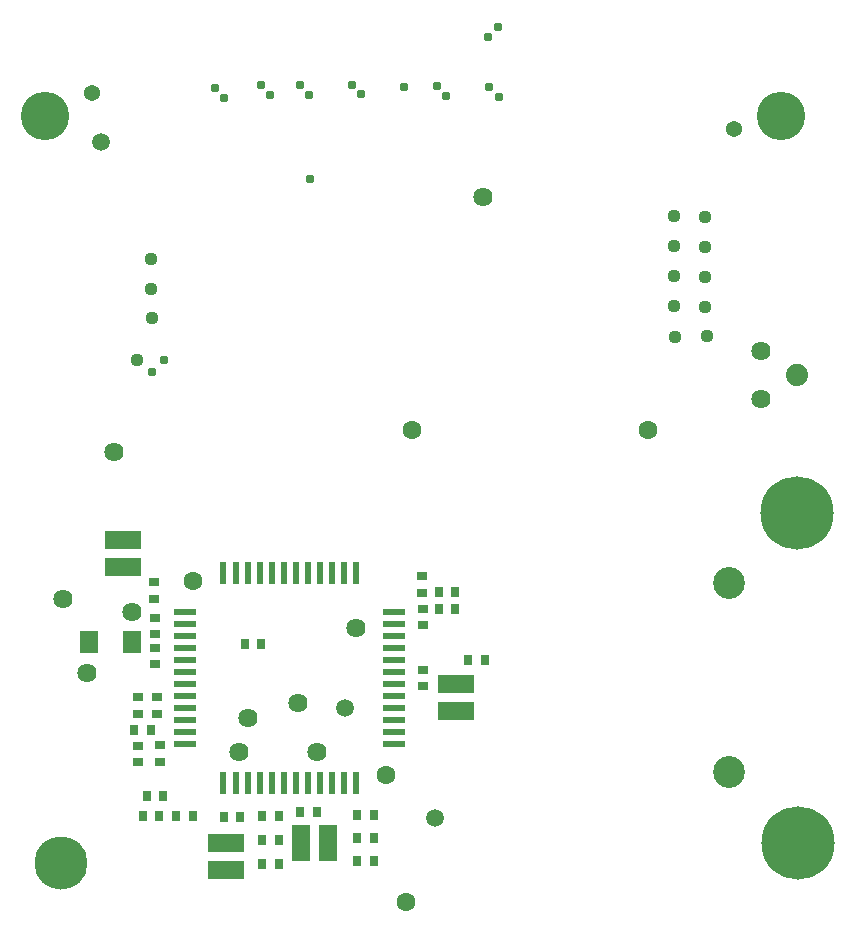
<source format=gbr>
%TF.GenerationSoftware,KiCad,Pcbnew,(5.0.0-rc2-dev-581-g09a6bada0)*%
%TF.CreationDate,2018-07-03T10:36:25-06:00*%
%TF.ProjectId,Sensor_FMC_LPC_Breakout_V02,53656E736F725F464D435F4C50435F42,01*%
%TF.SameCoordinates,Original*%
%TF.FileFunction,Soldermask,Top*%
%TF.FilePolarity,Negative*%
%FSLAX46Y46*%
G04 Gerber Fmt 4.6, Leading zero omitted, Abs format (unit mm)*
G04 Created by KiCad (PCBNEW (5.0.0-rc2-dev-581-g09a6bada0)) date 07/03/18 10:36:25*
%MOMM*%
%LPD*%
G01*
G04 APERTURE LIST*
%ADD10C,2.701600*%
%ADD11C,6.197600*%
%ADD12C,1.601600*%
%ADD13R,0.611600X1.951600*%
%ADD14R,1.951600X0.611600*%
%ADD15C,4.101600*%
%ADD16C,1.371600*%
%ADD17R,1.601600X1.901600*%
%ADD18R,0.901600X0.701600*%
%ADD19R,0.701600X0.901600*%
%ADD20C,0.801600*%
%ADD21C,4.501600*%
%ADD22R,3.151600X1.621600*%
%ADD23R,1.621600X3.151600*%
%ADD24C,1.498600*%
%ADD25C,1.625600*%
%ADD26C,0.787400*%
%ADD27C,1.117600*%
%ADD28C,1.879600*%
G04 APERTURE END LIST*
D10*
X91850000Y-117450000D03*
X91850000Y-101450000D03*
D11*
X97600000Y-95500000D03*
D12*
X85000000Y-88450000D03*
X64500000Y-128450000D03*
X65000000Y-88450000D03*
D11*
X97650000Y-123400000D03*
D13*
X49016000Y-118319000D03*
X57176000Y-100589000D03*
X56156000Y-100589000D03*
X55136000Y-100589000D03*
D14*
X63491000Y-115064000D03*
X63491000Y-114044000D03*
X63491000Y-113024000D03*
X63491000Y-112004000D03*
X63491000Y-110984000D03*
X63491000Y-109964000D03*
D12*
X46446000Y-101274000D03*
D14*
X63491000Y-103844000D03*
X63491000Y-104864000D03*
X63491000Y-105884000D03*
X63491000Y-106904000D03*
X63491000Y-107924000D03*
X63491000Y-108944000D03*
D12*
X62806000Y-117634000D03*
D13*
X58196000Y-100589000D03*
X59216000Y-100589000D03*
X60236000Y-100589000D03*
X54116000Y-100589000D03*
X53096000Y-100589000D03*
X52076000Y-100589000D03*
X51056000Y-100589000D03*
X50036000Y-100589000D03*
X49016000Y-100589000D03*
D14*
X45761000Y-103844000D03*
X45761000Y-104864000D03*
X45761000Y-105884000D03*
X45761000Y-106904000D03*
X45761000Y-107924000D03*
X45761000Y-108944000D03*
X45761000Y-109964000D03*
X45761000Y-110984000D03*
X45761000Y-112004000D03*
X45761000Y-113024000D03*
X45761000Y-114044000D03*
X45761000Y-115064000D03*
D13*
X50036000Y-118319000D03*
X51056000Y-118319000D03*
X52076000Y-118319000D03*
X53096000Y-118319000D03*
X54116000Y-118319000D03*
X55136000Y-118319000D03*
X56156000Y-118319000D03*
X57176000Y-118319000D03*
X58196000Y-118319000D03*
X59216000Y-118319000D03*
X60236000Y-118319000D03*
D15*
X96250000Y-61910000D03*
D16*
X37870000Y-59910000D03*
X92250000Y-62960000D03*
D15*
X33870000Y-61910000D03*
D17*
X41250000Y-106450000D03*
X37650000Y-106450000D03*
D18*
X65890000Y-103610000D03*
X65890000Y-105010000D03*
D19*
X50450000Y-121200000D03*
X49050000Y-121200000D03*
D18*
X65930000Y-108760000D03*
X65930000Y-110160000D03*
D19*
X43910000Y-119460000D03*
X42510000Y-119460000D03*
X67250000Y-102190000D03*
X68650000Y-102190000D03*
X53714000Y-125172000D03*
X52314000Y-125172000D03*
X45000000Y-121150000D03*
X46400000Y-121150000D03*
D18*
X65850000Y-102250000D03*
X65850000Y-100850000D03*
D19*
X69750000Y-107900000D03*
X71150000Y-107900000D03*
X43590000Y-121120000D03*
X42190000Y-121120000D03*
X67250000Y-103640000D03*
X68650000Y-103640000D03*
D18*
X43620000Y-116550000D03*
X43620000Y-115150000D03*
X43200000Y-108300000D03*
X43200000Y-106900000D03*
X43400000Y-111100000D03*
X43400000Y-112500000D03*
D19*
X60340000Y-123040000D03*
X61740000Y-123040000D03*
D18*
X41740000Y-115210000D03*
X41740000Y-116610000D03*
X43180000Y-105750000D03*
X43180000Y-104350000D03*
D19*
X56930000Y-120800000D03*
X55530000Y-120800000D03*
X60320000Y-121050000D03*
X61720000Y-121050000D03*
X53714000Y-123140000D03*
X52314000Y-123140000D03*
D18*
X41750000Y-111100000D03*
X41750000Y-112500000D03*
D19*
X60340000Y-124950000D03*
X61740000Y-124950000D03*
X53714000Y-121108000D03*
X52314000Y-121108000D03*
D18*
X43150000Y-101330000D03*
X43150000Y-102730000D03*
D19*
X42850000Y-113850000D03*
X41450000Y-113850000D03*
X50800000Y-106600000D03*
X52200000Y-106600000D03*
D20*
X36396726Y-123923274D03*
X35230000Y-123440000D03*
X34063274Y-123923274D03*
X33580000Y-125090000D03*
X34063274Y-126256726D03*
X35230000Y-126740000D03*
X36396726Y-126256726D03*
X36880000Y-125090000D03*
D21*
X35230000Y-125090000D03*
D22*
X49220000Y-125735000D03*
X49220000Y-123445000D03*
X68740000Y-112270000D03*
X68740000Y-109980000D03*
D23*
X55550000Y-123470000D03*
X57840000Y-123470000D03*
D22*
X40530000Y-100055000D03*
X40530000Y-97765000D03*
D24*
X59330000Y-111960000D03*
D25*
X51100000Y-112820000D03*
D24*
X38660000Y-64040000D03*
D25*
X39750000Y-90349998D03*
X37500000Y-109000000D03*
X71000000Y-68750000D03*
D24*
X66900000Y-121350000D03*
D25*
X41250000Y-103900000D03*
X60200000Y-105200000D03*
X50343241Y-115763212D03*
X56910000Y-115750000D03*
X35450000Y-102750000D03*
X55317037Y-111549990D03*
X94488000Y-81788000D03*
X94488000Y-85852000D03*
D26*
X43942000Y-82550000D03*
D27*
X42840000Y-76490000D03*
X41656000Y-82549998D03*
D26*
X42925988Y-83566000D03*
D27*
X42926000Y-78994000D03*
X87122000Y-72898000D03*
D26*
X64300000Y-59400000D03*
X56350000Y-67250000D03*
D27*
X42840000Y-73950000D03*
X87122000Y-75437986D03*
X87122000Y-77978000D03*
X87122000Y-70358000D03*
X87230000Y-80550000D03*
X89770000Y-75470000D03*
X89770000Y-72930000D03*
X89916000Y-80518000D03*
X89770000Y-70390000D03*
X89770000Y-78010000D03*
D26*
X49074112Y-60324112D03*
X48265888Y-59515888D03*
X71505888Y-59455888D03*
X67884112Y-60184112D03*
X67075888Y-59375888D03*
X72314112Y-60264112D03*
X71445888Y-55154112D03*
X72254112Y-54345888D03*
X60664112Y-60024112D03*
X59855888Y-59215888D03*
X56284112Y-60094112D03*
X55475888Y-59285888D03*
X52982112Y-60094112D03*
X52173888Y-59285888D03*
D28*
X97536000Y-83820000D03*
M02*

</source>
